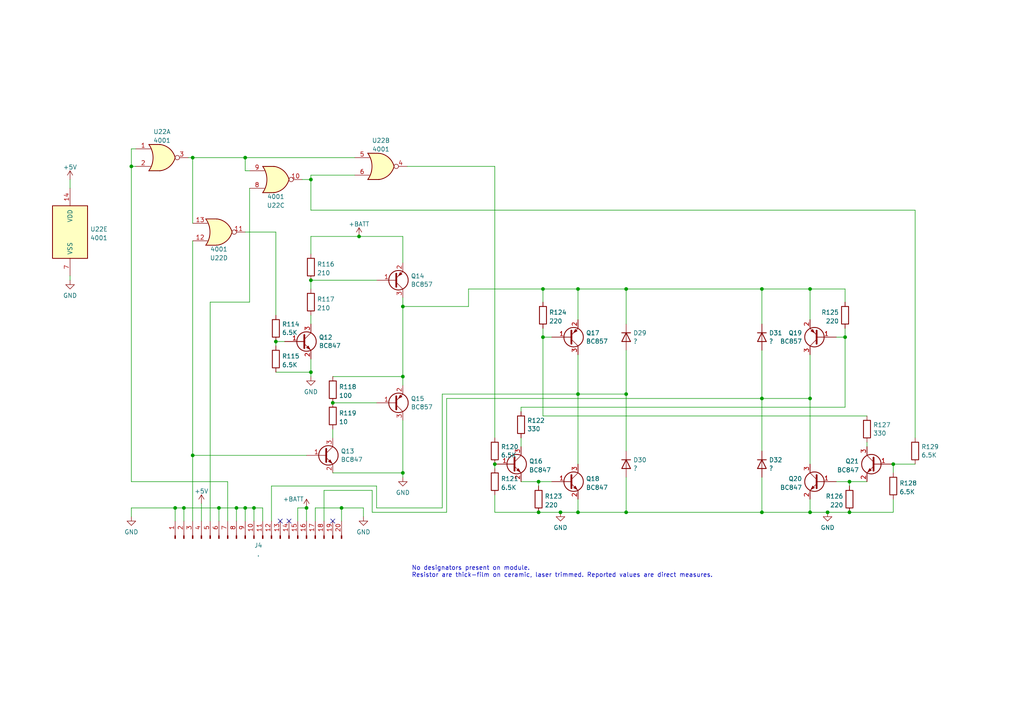
<source format=kicad_sch>
(kicad_sch (version 20231120) (generator "eeschema") (generator_version "8.0")
  (paper "A4")
  (lib_symbols
    (symbol "+5V_3" (power) (pin_names (offset 0))
      (property "Value" "+5V_3" (at 0 3.556 0))
      (symbol "+5V_3_0_1"
        (polyline (pts (xy -0.762 1.27) (xy 0 2.54)))
        (polyline (pts (xy 0 0) (xy 0 2.54)))
        (polyline (pts (xy 0 2.54) (xy 0.762 1.27)))
      )
      (symbol "+5V_3_1_1"
        (pin power_in line (at 0 0 90) (length 0) hide (name "+5V") (number "1"))
      )
    )
    (symbol "+BATT_6" (power) (pin_names (offset 0))
      (property "Value" "+BATT_6" (at 0 3.556 0))
      (symbol "+BATT_6_0_1"
        (polyline (pts (xy -0.762 1.27) (xy 0 2.54)))
        (polyline (pts (xy 0 0) (xy 0 2.54)))
        (polyline (pts (xy 0 2.54) (xy 0.762 1.27)))
      )
      (symbol "+BATT_6_1_1"
        (pin power_in line (at 0 0 90) (length 0) hide (name "+BATT") (number "1"))
      )
    )
    (symbol "+BATT_7" (power) (pin_names (offset 0))
      (property "Value" "+BATT_7" (at 0 3.556 0))
      (symbol "+BATT_7_0_1"
        (polyline (pts (xy -0.762 1.27) (xy 0 2.54)))
        (polyline (pts (xy 0 0) (xy 0 2.54)))
        (polyline (pts (xy 0 2.54) (xy 0.762 1.27)))
      )
      (symbol "+BATT_7_1_1"
        (pin power_in line (at 0 0 90) (length 0) hide (name "+BATT") (number "1"))
      )
    )
    (symbol "1N4007_10" (pin_numbers hide) (pin_names hide)
      (property "Reference" "D" (at 0 2.54 0))
      (property "Value" "1N4007" (at 0 -2.54 0))
      (symbol "1N4007_10_0_1"
        (polyline (pts (xy -1.27 1.27) (xy -1.27 -1.27)) (stroke (width 0.254)))
        (polyline (pts (xy 1.27 0) (xy -1.27 0)))
        (polyline (pts (xy 1.27 1.27) (xy 1.27 -1.27) (xy -1.27 0) (xy 1.27 1.27)) (stroke (width 0.254)))
      )
      (symbol "1N4007_10_1_1"
        (pin passive line (at -3.81 0 0) (length 2.54) (name "K") (number "1"))
        (pin passive line (at 3.81 0 180) (length 2.54) (name "A") (number "2"))
      )
    )
    (symbol "1N4007_12" (pin_numbers hide) (pin_names hide)
      (property "Reference" "D" (at 0 2.54 0))
      (property "Value" "1N4007" (at 0 -2.54 0))
      (symbol "1N4007_12_0_1"
        (polyline (pts (xy -1.27 1.27) (xy -1.27 -1.27)) (stroke (width 0.254)))
        (polyline (pts (xy 1.27 0) (xy -1.27 0)))
        (polyline (pts (xy 1.27 1.27) (xy 1.27 -1.27) (xy -1.27 0) (xy 1.27 1.27)) (stroke (width 0.254)))
      )
      (symbol "1N4007_12_1_1"
        (pin passive line (at -3.81 0 0) (length 2.54) (name "K") (number "1"))
        (pin passive line (at 3.81 0 180) (length 2.54) (name "A") (number "2"))
      )
    )
    (symbol "1N4007_16" (pin_numbers hide) (pin_names hide)
      (property "Reference" "D" (at 0 2.54 0))
      (property "Value" "1N4007" (at 0 -2.54 0))
      (symbol "1N4007_16_0_1"
        (polyline (pts (xy -1.27 1.27) (xy -1.27 -1.27)) (stroke (width 0.254)))
        (polyline (pts (xy 1.27 0) (xy -1.27 0)))
        (polyline (pts (xy 1.27 1.27) (xy 1.27 -1.27) (xy -1.27 0) (xy 1.27 1.27)) (stroke (width 0.254)))
      )
      (symbol "1N4007_16_1_1"
        (pin passive line (at -3.81 0 0) (length 2.54) (name "K") (number "1"))
        (pin passive line (at 3.81 0 180) (length 2.54) (name "A") (number "2"))
      )
    )
    (symbol "1N4007_7" (pin_numbers hide) (pin_names hide)
      (property "Reference" "D" (at 0 2.54 0))
      (property "Value" "1N4007" (at 0 -2.54 0))
      (symbol "1N4007_7_0_1"
        (polyline (pts (xy -1.27 1.27) (xy -1.27 -1.27)) (stroke (width 0.254)))
        (polyline (pts (xy 1.27 0) (xy -1.27 0)))
        (polyline (pts (xy 1.27 1.27) (xy 1.27 -1.27) (xy -1.27 0) (xy 1.27 1.27)) (stroke (width 0.254)))
      )
      (symbol "1N4007_7_1_1"
        (pin passive line (at -3.81 0 0) (length 2.54) (name "K") (number "1"))
        (pin passive line (at 3.81 0 180) (length 2.54) (name "A") (number "2"))
      )
    )
    (symbol "4xxx:4001" (pin_names (offset 1.016))
      (property "Reference" "U" (at 0 1.27 0))
      (property "Value" "4001" (at 0 -1.27 0))
      (symbol "4001_1_1"
        (arc (start -3.81 -3.81) (mid -2.589 0) (end -3.81 3.81) (stroke (width 0.254)))
        (arc (start -0.6096 -3.81) (mid 2.1842 -2.5851) (end 3.81 0) (stroke (width 0.254)) (fill (type background)))
        (polyline (pts (xy -3.81 -3.81) (xy -0.635 -3.81)) (stroke (width 0.254)) (fill (type background)))
        (polyline (pts (xy -3.81 3.81) (xy -0.635 3.81)) (stroke (width 0.254)) (fill (type background)))
        (polyline (pts (xy -0.635 3.81) (xy -3.81 3.81) (xy -3.81 3.81) (xy -3.556 3.4036) (xy -3.0226 2.2606) (xy -2.6924 1.0414) (xy -2.6162 -0.254) (xy -2.7686 -1.4986) (xy -3.175 -2.7178) (xy -3.81 -3.81) (xy -3.81 -3.81) (xy -0.635 -3.81)) (stroke (width -25.4)) (fill (type background)))
        (arc (start 3.81 0) (mid 2.1915 2.5936) (end -0.6096 3.81) (stroke (width 0.254)) (fill (type background)))
        (pin input line (at -7.62 2.54 0) (length 4.318) (name "~") (number "1"))
        (pin input line (at -7.62 -2.54 0) (length 4.318) (name "~") (number "2"))
        (pin output inverted (at 7.62 0 180) (length 3.81) (name "~") (number "3"))
      )
      (symbol "4001_1_2"
        (arc (start 0 -3.81) (mid 3.7934 0) (end 0 3.81) (stroke (width 0.254)) (fill (type background)))
        (polyline (pts (xy 0 3.81) (xy -3.81 3.81) (xy -3.81 -3.81) (xy 0 -3.81)) (stroke (width 0.254)) (fill (type background)))
        (pin input inverted (at -7.62 2.54 0) (length 3.81) (name "~") (number "1"))
        (pin input inverted (at -7.62 -2.54 0) (length 3.81) (name "~") (number "2"))
        (pin output line (at 7.62 0 180) (length 3.81) (name "~") (number "3"))
      )
      (symbol "4001_2_1"
        (arc (start -3.81 -3.81) (mid -2.589 0) (end -3.81 3.81) (stroke (width 0.254)))
        (arc (start -0.6096 -3.81) (mid 2.1842 -2.5851) (end 3.81 0) (stroke (width 0.254)) (fill (type background)))
        (polyline (pts (xy -3.81 -3.81) (xy -0.635 -3.81)) (stroke (width 0.254)) (fill (type background)))
        (polyline (pts (xy -3.81 3.81) (xy -0.635 3.81)) (stroke (width 0.254)) (fill (type background)))
        (polyline (pts (xy -0.635 3.81) (xy -3.81 3.81) (xy -3.81 3.81) (xy -3.556 3.4036) (xy -3.0226 2.2606) (xy -2.6924 1.0414) (xy -2.6162 -0.254) (xy -2.7686 -1.4986) (xy -3.175 -2.7178) (xy -3.81 -3.81) (xy -3.81 -3.81) (xy -0.635 -3.81)) (stroke (width -25.4)) (fill (type background)))
        (arc (start 3.81 0) (mid 2.1915 2.5936) (end -0.6096 3.81) (stroke (width 0.254)) (fill (type background)))
        (pin output inverted (at 7.62 0 180) (length 3.81) (name "~") (number "4"))
        (pin input line (at -7.62 2.54 0) (length 4.318) (name "~") (number "5"))
        (pin input line (at -7.62 -2.54 0) (length 4.318) (name "~") (number "6"))
      )
      (symbol "4001_2_2"
        (arc (start 0 -3.81) (mid 3.7934 0) (end 0 3.81) (stroke (width 0.254)) (fill (type background)))
        (polyline (pts (xy 0 3.81) (xy -3.81 3.81) (xy -3.81 -3.81) (xy 0 -3.81)) (stroke (width 0.254)) (fill (type background)))
        (pin output line (at 7.62 0 180) (length 3.81) (name "~") (number "4"))
        (pin input inverted (at -7.62 2.54 0) (length 3.81) (name "~") (number "5"))
        (pin input inverted (at -7.62 -2.54 0) (length 3.81) (name "~") (number "6"))
      )
      (symbol "4001_3_1"
        (arc (start -3.81 -3.81) (mid -2.589 0) (end -3.81 3.81) (stroke (width 0.254)))
        (arc (start -0.6096 -3.81) (mid 2.1842 -2.5851) (end 3.81 0) (stroke (width 0.254)) (fill (type background)))
        (polyline (pts (xy -3.81 -3.81) (xy -0.635 -3.81)) (stroke (width 0.254)) (fill (type background)))
        (polyline (pts (xy -3.81 3.81) (xy -0.635 3.81)) (stroke (width 0.254)) (fill (type background)))
        (polyline (pts (xy -0.635 3.81) (xy -3.81 3.81) (xy -3.81 3.81) (xy -3.556 3.4036) (xy -3.0226 2.2606) (xy -2.6924 1.0414) (xy -2.6162 -0.254) (xy -2.7686 -1.4986) (xy -3.175 -2.7178) (xy -3.81 -3.81) (xy -3.81 -3.81) (xy -0.635 -3.81)) (stroke (width -25.4)) (fill (type background)))
        (arc (start 3.81 0) (mid 2.1915 2.5936) (end -0.6096 3.81) (stroke (width 0.254)) (fill (type background)))
        (pin output inverted (at 7.62 0 180) (length 3.81) (name "~") (number "10"))
        (pin input line (at -7.62 2.54 0) (length 4.318) (name "~") (number "8"))
        (pin input line (at -7.62 -2.54 0) (length 4.318) (name "~") (number "9"))
      )
      (symbol "4001_3_2"
        (arc (start 0 -3.81) (mid 3.7934 0) (end 0 3.81) (stroke (width 0.254)) (fill (type background)))
        (polyline (pts (xy 0 3.81) (xy -3.81 3.81) (xy -3.81 -3.81) (xy 0 -3.81)) (stroke (width 0.254)) (fill (type background)))
        (pin output line (at 7.62 0 180) (length 3.81) (name "~") (number "10"))
        (pin input inverted (at -7.62 2.54 0) (length 3.81) (name "~") (number "8"))
        (pin input inverted (at -7.62 -2.54 0) (length 3.81) (name "~") (number "9"))
      )
      (symbol "4001_4_1"
        (arc (start -3.81 -3.81) (mid -2.589 0) (end -3.81 3.81) (stroke (width 0.254)))
        (arc (start -0.6096 -3.81) (mid 2.1842 -2.5851) (end 3.81 0) (stroke (width 0.254)) (fill (type background)))
        (polyline (pts (xy -3.81 -3.81) (xy -0.635 -3.81)) (stroke (width 0.254)) (fill (type background)))
        (polyline (pts (xy -3.81 3.81) (xy -0.635 3.81)) (stroke (width 0.254)) (fill (type background)))
        (polyline (pts (xy -0.635 3.81) (xy -3.81 3.81) (xy -3.81 3.81) (xy -3.556 3.4036) (xy -3.0226 2.2606) (xy -2.6924 1.0414) (xy -2.6162 -0.254) (xy -2.7686 -1.4986) (xy -3.175 -2.7178) (xy -3.81 -3.81) (xy -3.81 -3.81) (xy -0.635 -3.81)) (stroke (width -25.4)) (fill (type background)))
        (arc (start 3.81 0) (mid 2.1915 2.5936) (end -0.6096 3.81) (stroke (width 0.254)) (fill (type background)))
        (pin output inverted (at 7.62 0 180) (length 3.81) (name "~") (number "11"))
        (pin input line (at -7.62 2.54 0) (length 4.318) (name "~") (number "12"))
        (pin input line (at -7.62 -2.54 0) (length 4.318) (name "~") (number "13"))
      )
      (symbol "4001_4_2"
        (arc (start 0 -3.81) (mid 3.7934 0) (end 0 3.81) (stroke (width 0.254)) (fill (type background)))
        (polyline (pts (xy 0 3.81) (xy -3.81 3.81) (xy -3.81 -3.81) (xy 0 -3.81)) (stroke (width 0.254)) (fill (type background)))
        (pin output line (at 7.62 0 180) (length 3.81) (name "~") (number "11"))
        (pin input inverted (at -7.62 2.54 0) (length 3.81) (name "~") (number "12"))
        (pin input inverted (at -7.62 -2.54 0) (length 3.81) (name "~") (number "13"))
      )
      (symbol "4001_5_0"
        (pin power_in line (at 0 12.7 270) (length 5.08) (name "VDD") (number "14"))
        (pin power_in line (at 0 -12.7 90) (length 5.08) (name "VSS") (number "7"))
      )
      (symbol "4001_5_1"
        (rectangle (start -5.08 7.62) (end 5.08 -7.62) (stroke (width 0.254)) (fill (type background)))
      )
    )
    (symbol "Connector:Conn_01x20_Male" (pin_names (offset 1.016) hide)
      (property "Reference" "J" (at 0 25.4 0))
      (property "Value" "Conn_01x20_Male" (at 0 -27.94 0))
      (symbol "Conn_01x20_Male_1_1"
        (polyline (pts (xy 1.27 -25.4) (xy 0.8636 -25.4)) (stroke (width 0.1524)))
        (polyline (pts (xy 1.27 -22.86) (xy 0.8636 -22.86)) (stroke (width 0.1524)))
        (polyline (pts (xy 1.27 -20.32) (xy 0.8636 -20.32)) (stroke (width 0.1524)))
        (polyline (pts (xy 1.27 -17.78) (xy 0.8636 -17.78)) (stroke (width 0.1524)))
        (polyline (pts (xy 1.27 -15.24) (xy 0.8636 -15.24)) (stroke (width 0.1524)))
        (polyline (pts (xy 1.27 -12.7) (xy 0.8636 -12.7)) (stroke (width 0.1524)))
        (polyline (pts (xy 1.27 -10.16) (xy 0.8636 -10.16)) (stroke (width 0.1524)))
        (polyline (pts (xy 1.27 -7.62) (xy 0.8636 -7.62)) (stroke (width 0.1524)))
        (polyline (pts (xy 1.27 -5.08) (xy 0.8636 -5.08)) (stroke (width 0.1524)))
        (polyline (pts (xy 1.27 -2.54) (xy 0.8636 -2.54)) (stroke (width 0.1524)))
        (polyline (pts (xy 1.27 0) (xy 0.8636 0)) (stroke (width 0.1524)))
        (polyline (pts (xy 1.27 2.54) (xy 0.8636 2.54)) (stroke (width 0.1524)))
        (polyline (pts (xy 1.27 5.08) (xy 0.8636 5.08)) (stroke (width 0.1524)))
        (polyline (pts (xy 1.27 7.62) (xy 0.8636 7.62)) (stroke (width 0.1524)))
        (polyline (pts (xy 1.27 10.16) (xy 0.8636 10.16)) (stroke (width 0.1524)))
        (polyline (pts (xy 1.27 12.7) (xy 0.8636 12.7)) (stroke (width 0.1524)))
        (polyline (pts (xy 1.27 15.24) (xy 0.8636 15.24)) (stroke (width 0.1524)))
        (polyline (pts (xy 1.27 17.78) (xy 0.8636 17.78)) (stroke (width 0.1524)))
        (polyline (pts (xy 1.27 20.32) (xy 0.8636 20.32)) (stroke (width 0.1524)))
        (polyline (pts (xy 1.27 22.86) (xy 0.8636 22.86)) (stroke (width 0.1524)))
        (rectangle (start 0.8636 -25.273) (end 0 -25.527) (stroke (width 0.1524)) (fill (type outline)))
        (rectangle (start 0.8636 -22.733) (end 0 -22.987) (stroke (width 0.1524)) (fill (type outline)))
        (rectangle (start 0.8636 -20.193) (end 0 -20.447) (stroke (width 0.1524)) (fill (type outline)))
        (rectangle (start 0.8636 -17.653) (end 0 -17.907) (stroke (width 0.1524)) (fill (type outline)))
        (rectangle (start 0.8636 -15.113) (end 0 -15.367) (stroke (width 0.1524)) (fill (type outline)))
        (rectangle (start 0.8636 -12.573) (end 0 -12.827) (stroke (width 0.1524)) (fill (type outline)))
        (rectangle (start 0.8636 -10.033) (end 0 -10.287) (stroke (width 0.1524)) (fill (type outline)))
        (rectangle (start 0.8636 -7.493) (end 0 -7.747) (stroke (width 0.1524)) (fill (type outline)))
        (rectangle (start 0.8636 -4.953) (end 0 -5.207) (stroke (width 0.1524)) (fill (type outline)))
        (rectangle (start 0.8636 -2.413) (end 0 -2.667) (stroke (width 0.1524)) (fill (type outline)))
        (rectangle (start 0.8636 0.127) (end 0 -0.127) (stroke (width 0.1524)) (fill (type outline)))
        (rectangle (start 0.8636 2.667) (end 0 2.413) (stroke (width 0.1524)) (fill (type outline)))
        (rectangle (start 0.8636 5.207) (end 0 4.953) (stroke (width 0.1524)) (fill (type outline)))
        (rectangle (start 0.8636 7.747) (end 0 7.493) (stroke (width 0.1524)) (fill (type outline)))
        (rectangle (start 0.8636 10.287) (end 0 10.033) (stroke (width 0.1524)) (fill (type outline)))
        (rectangle (start 0.8636 12.827) (end 0 12.573) (stroke (width 0.1524)) (fill (type outline)))
        (rectangle (start 0.8636 15.367) (end 0 15.113) (stroke (width 0.1524)) (fill (type outline)))
        (rectangle (start 0.8636 17.907) (end 0 17.653) (stroke (width 0.1524)) (fill (type outline)))
        (rectangle (start 0.8636 20.447) (end 0 20.193) (stroke (width 0.1524)) (fill (type outline)))
        (rectangle (start 0.8636 22.987) (end 0 22.733) (stroke (width 0.1524)) (fill (type outline)))
        (pin passive line (at 5.08 22.86 180) (length 3.81) (name "Pin_1") (number "1"))
        (pin passive line (at 5.08 0 180) (length 3.81) (name "Pin_10") (number "10"))
        (pin passive line (at 5.08 -2.54 180) (length 3.81) (name "Pin_11") (number "11"))
        (pin passive line (at 5.08 -5.08 180) (length 3.81) (name "Pin_12") (number "12"))
        (pin passive line (at 5.08 -7.62 180) (length 3.81) (name "Pin_13") (number "13"))
        (pin passive line (at 5.08 -10.16 180) (length 3.81) (name "Pin_14") (number "14"))
        (pin passive line (at 5.08 -12.7 180) (length 3.81) (name "Pin_15") (number "15"))
        (pin passive line (at 5.08 -15.24 180) (length 3.81) (name "Pin_16") (number "16"))
        (pin passive line (at 5.08 -17.78 180) (length 3.81) (name "Pin_17") (number "17"))
        (pin passive line (at 5.08 -20.32 180) (length 3.81) (name "Pin_18") (number "18"))
        (pin passive line (at 5.08 -22.86 180) (length 3.81) (name "Pin_19") (number "19"))
        (pin passive line (at 5.08 20.32 180) (length 3.81) (name "Pin_2") (number "2"))
        (pin passive line (at 5.08 -25.4 180) (length 3.81) (name "Pin_20") (number "20"))
        (pin passive line (at 5.08 17.78 180) (length 3.81) (name "Pin_3") (number "3"))
        (pin passive line (at 5.08 15.24 180) (length 3.81) (name "Pin_4") (number "4"))
        (pin passive line (at 5.08 12.7 180) (length 3.81) (name "Pin_5") (number "5"))
        (pin passive line (at 5.08 10.16 180) (length 3.81) (name "Pin_6") (number "6"))
        (pin passive line (at 5.08 7.62 180) (length 3.81) (name "Pin_7") (number "7"))
        (pin passive line (at 5.08 5.08 180) (length 3.81) (name "Pin_8") (number "8"))
        (pin passive line (at 5.08 2.54 180) (length 3.81) (name "Pin_9") (number "9"))
      )
    )
    (symbol "Device:R" (pin_numbers hide) (pin_names (offset 0))
      (property "Reference" "R" (at 2.032 0 90))
      (property "Value" "R" (at 0 0 90))
      (symbol "R_0_1"
        (rectangle (start -1.016 -2.54) (end 1.016 2.54) (stroke (width 0.254)))
      )
      (symbol "R_1_1"
        (pin passive line (at 0 3.81 270) (length 1.27) (name "~") (number "1"))
        (pin passive line (at 0 -3.81 90) (length 1.27) (name "~") (number "2"))
      )
    )
    (symbol "GND_5" (power) (pin_names (offset 0))
      (property "Value" "GND_5" (at 0 -3.81 0))
      (symbol "GND_5_0_1"
        (polyline (pts (xy 0 0) (xy 0 -1.27) (xy 1.27 -1.27) (xy 0 -2.54) (xy -1.27 -1.27) (xy 0 -1.27)))
      )
      (symbol "GND_5_1_1"
        (pin power_in line (at 0 0 270) (length 0) hide (name "GND") (number "1"))
      )
    )
    (symbol "Transistor_BJT:BC847" (pin_names (offset 0) hide)
      (property "Reference" "Q" (at 5.08 1.905 0))
      (property "Value" "BC847" (at 5.08 0 0))
      (symbol "BC847_0_1"
        (polyline (pts (xy 0.635 0.635) (xy 2.54 2.54)))
        (polyline (pts (xy 0.635 -0.635) (xy 2.54 -2.54) (xy 2.54 -2.54)))
        (polyline (pts (xy 0.635 1.905) (xy 0.635 -1.905) (xy 0.635 -1.905)) (stroke (width 0.508)))
        (polyline (pts (xy 1.27 -1.778) (xy 1.778 -1.27) (xy 2.286 -2.286) (xy 1.27 -1.778) (xy 1.27 -1.778)) (fill (type outline)))
        (circle (center 1.27 0) (radius 2.8194) (stroke (width 0.254)))
      )
      (symbol "BC847_1_1"
        (pin input line (at -5.08 0 0) (length 5.715) (name "B") (number "1"))
        (pin passive line (at 2.54 -5.08 90) (length 2.54) (name "E") (number "2"))
        (pin passive line (at 2.54 5.08 270) (length 2.54) (name "C") (number "3"))
      )
    )
    (symbol "Transistor_BJT:BC857" (pin_names (offset 0) hide)
      (property "Reference" "Q" (at 5.08 1.905 0))
      (property "Value" "BC857" (at 5.08 0 0))
      (symbol "BC857_0_1"
        (polyline (pts (xy 0.635 0.635) (xy 2.54 2.54)))
        (polyline (pts (xy 0.635 -0.635) (xy 2.54 -2.54) (xy 2.54 -2.54)))
        (polyline (pts (xy 0.635 1.905) (xy 0.635 -1.905) (xy 0.635 -1.905)) (stroke (width 0.508)))
        (polyline (pts (xy 2.286 -1.778) (xy 1.778 -2.286) (xy 1.27 -1.27) (xy 2.286 -1.778) (xy 2.286 -1.778)) (fill (type outline)))
        (circle (center 1.27 0) (radius 2.8194) (stroke (width 0.254)))
      )
      (symbol "BC857_1_1"
        (pin input line (at -5.08 0 0) (length 5.715) (name "B") (number "1"))
        (pin passive line (at 2.54 -5.08 90) (length 2.54) (name "E") (number "2"))
        (pin passive line (at 2.54 5.08 270) (length 2.54) (name "C") (number "3"))
      )
    )
  )
  (junction (at 240.03 148.59))
  (junction (at 246.38 139.7))
  (junction (at 167.64 114.3))
  (junction (at 53.34 147.32))
  (junction (at 234.95 115.57))
  (junction (at 104.14 68.58))
  (junction (at 234.95 83.82))
  (junction (at 234.95 148.59))
  (junction (at 88.9 147.32))
  (junction (at 156.21 148.59))
  (junction (at 246.38 148.59))
  (junction (at 71.12 45.72))
  (junction (at 90.17 52.07))
  (junction (at 116.84 137.16))
  (junction (at 73.66 147.32))
  (junction (at 38.1 48.26))
  (junction (at 181.61 114.3))
  (junction (at 50.8 147.32))
  (junction (at 167.64 148.59))
  (junction (at 220.98 115.57))
  (junction (at 71.12 147.32))
  (junction (at 157.48 83.82))
  (junction (at 116.84 88.9))
  (junction (at 63.5 147.32))
  (junction (at 162.56 148.59))
  (junction (at 157.48 97.79))
  (junction (at 220.98 83.82))
  (junction (at 156.21 139.7))
  (junction (at 181.61 148.59))
  (junction (at 116.84 109.22))
  (junction (at 90.17 81.28))
  (junction (at 259.08 134.62))
  (junction (at 55.88 45.72))
  (junction (at 80.01 99.06))
  (junction (at 96.52 116.84))
  (junction (at 90.17 107.95))
  (junction (at 68.58 147.32))
  (junction (at 181.61 83.82))
  (junction (at 245.11 97.79))
  (junction (at 143.51 134.62))
  (junction (at 167.64 83.82))
  (junction (at 55.88 132.08))
  (junction (at 220.98 148.59))
  (junction (at 99.06 147.32))
  (no_connect (at 81.28 151.13))
  (no_connect (at 83.82 151.13))
  (no_connect (at 96.52 151.13))
  (wire (pts (xy 220.98 83.82) (xy 234.95 83.82)))
  (wire (pts (xy 38.1 43.18) (xy 39.37 43.18)))
  (wire (pts (xy 259.08 144.78) (xy 259.08 148.59)))
  (wire (pts (xy 20.32 52.07) (xy 20.32 54.61)))
  (wire (pts (xy 60.96 87.63) (xy 72.39 87.63)))
  (wire (pts (xy 245.11 83.82) (xy 245.11 87.63)))
  (wire (pts (xy 104.14 68.58) (xy 116.84 68.58)))
  (wire (pts (xy 251.46 139.7) (xy 246.38 139.7)))
  (wire (pts (xy 167.64 144.78) (xy 167.64 148.59)))
  (wire (pts (xy 71.12 49.53) (xy 71.12 45.72)))
  (wire (pts (xy 107.95 148.59) (xy 129.54 148.59)))
  (wire (pts (xy 181.61 148.59) (xy 220.98 148.59)))
  (wire (pts (xy 242.57 139.7) (xy 246.38 139.7)))
  (wire (pts (xy 156.21 139.7) (xy 156.21 140.97)))
  (wire (pts (xy 234.95 92.71) (xy 234.95 83.82)))
  (wire (pts (xy 38.1 48.26) (xy 38.1 139.7)))
  (wire (pts (xy 53.34 151.13) (xy 53.34 147.32)))
  (wire (pts (xy 109.22 81.28) (xy 90.17 81.28)))
  (wire (pts (xy 143.51 143.51) (xy 143.51 148.59)))
  (wire (pts (xy 66.04 151.13) (xy 66.04 139.7)))
  (wire (pts (xy 181.61 101.6) (xy 181.61 114.3)))
  (wire (pts (xy 167.64 148.59) (xy 181.61 148.59)))
  (wire (pts (xy 80.01 107.95) (xy 90.17 107.95)))
  (wire (pts (xy 68.58 151.13) (xy 68.58 147.32)))
  (wire (pts (xy 234.95 148.59) (xy 220.98 148.59)))
  (wire (pts (xy 151.13 127) (xy 151.13 129.54)))
  (wire (pts (xy 54.61 45.72) (xy 55.88 45.72)))
  (wire (pts (xy 265.43 60.96) (xy 265.43 127)))
  (wire (pts (xy 63.5 147.32) (xy 53.34 147.32)))
  (wire (pts (xy 116.84 76.2) (xy 116.84 68.58)))
  (wire (pts (xy 71.12 147.32) (xy 68.58 147.32)))
  (wire (pts (xy 76.2 151.13) (xy 76.2 147.32)))
  (wire (pts (xy 78.74 140.97) (xy 109.22 140.97)))
  (wire (pts (xy 116.84 88.9) (xy 116.84 109.22)))
  (wire (pts (xy 80.01 67.31) (xy 80.01 91.44)))
  (wire (pts (xy 109.22 147.32) (xy 128.27 147.32)))
  (wire (pts (xy 167.64 92.71) (xy 167.64 83.82)))
  (wire (pts (xy 50.8 147.32) (xy 50.8 151.13)))
  (wire (pts (xy 71.12 67.31) (xy 80.01 67.31)))
  (wire (pts (xy 96.52 124.46) (xy 96.52 127)))
  (wire (pts (xy 157.48 95.25) (xy 157.48 97.79)))
  (wire (pts (xy 91.44 151.13) (xy 91.44 147.32)))
  (wire (pts (xy 38.1 149.86) (xy 38.1 147.32)))
  (wire (pts (xy 55.88 132.08) (xy 88.9 132.08)))
  (wire (pts (xy 90.17 50.8) (xy 102.87 50.8)))
  (wire (pts (xy 60.96 151.13) (xy 60.96 87.63)))
  (wire (pts (xy 151.13 139.7) (xy 156.21 139.7)))
  (wire (pts (xy 157.48 97.79) (xy 160.02 97.79)))
  (wire (pts (xy 245.11 95.25) (xy 245.11 97.79)))
  (wire (pts (xy 220.98 115.57) (xy 234.95 115.57)))
  (wire (pts (xy 162.56 148.59) (xy 156.21 148.59)))
  (wire (pts (xy 80.01 100.33) (xy 80.01 99.06)))
  (wire (pts (xy 90.17 73.66) (xy 90.17 68.58)))
  (wire (pts (xy 181.61 83.82) (xy 220.98 83.82)))
  (wire (pts (xy 78.74 151.13) (xy 78.74 140.97)))
  (wire (pts (xy 240.03 148.59) (xy 246.38 148.59)))
  (wire (pts (xy 90.17 68.58) (xy 104.14 68.58)))
  (wire (pts (xy 135.89 83.82) (xy 157.48 83.82)))
  (wire (pts (xy 181.61 93.98) (xy 181.61 83.82)))
  (wire (pts (xy 128.27 114.3) (xy 167.64 114.3)))
  (wire (pts (xy 259.08 137.16) (xy 259.08 134.62)))
  (wire (pts (xy 167.64 83.82) (xy 157.48 83.82)))
  (wire (pts (xy 118.11 48.26) (xy 143.51 48.26)))
  (wire (pts (xy 105.41 147.32) (xy 99.06 147.32)))
  (wire (pts (xy 116.84 109.22) (xy 116.84 111.76)))
  (wire (pts (xy 86.36 147.32) (xy 88.9 147.32)))
  (wire (pts (xy 259.08 148.59) (xy 246.38 148.59)))
  (wire (pts (xy 66.04 139.7) (xy 38.1 139.7)))
  (wire (pts (xy 58.42 146.05) (xy 58.42 151.13)))
  (wire (pts (xy 90.17 52.07) (xy 90.17 60.96)))
  (wire (pts (xy 234.95 144.78) (xy 234.95 148.59)))
  (wire (pts (xy 88.9 147.32) (xy 88.9 151.13)))
  (wire (pts (xy 68.58 147.32) (xy 63.5 147.32)))
  (wire (pts (xy 20.32 80.01) (xy 20.32 81.28)))
  (wire (pts (xy 109.22 116.84) (xy 96.52 116.84)))
  (wire (pts (xy 90.17 52.07) (xy 87.63 52.07)))
  (wire (pts (xy 91.44 147.32) (xy 99.06 147.32)))
  (wire (pts (xy 234.95 115.57) (xy 234.95 134.62)))
  (wire (pts (xy 181.61 130.81) (xy 181.61 114.3)))
  (wire (pts (xy 96.52 109.22) (xy 116.84 109.22)))
  (wire (pts (xy 259.08 134.62) (xy 265.43 134.62)))
  (wire (pts (xy 55.88 45.72) (xy 55.88 64.77)))
  (wire (pts (xy 151.13 118.11) (xy 151.13 119.38)))
  (wire (pts (xy 234.95 102.87) (xy 234.95 115.57)))
  (wire (pts (xy 63.5 151.13) (xy 63.5 147.32)))
  (wire (pts (xy 90.17 107.95) (xy 90.17 109.22)))
  (wire (pts (xy 109.22 140.97) (xy 109.22 147.32)))
  (wire (pts (xy 107.95 142.24) (xy 107.95 148.59)))
  (wire (pts (xy 72.39 49.53) (xy 71.12 49.53)))
  (wire (pts (xy 220.98 138.43) (xy 220.98 148.59)))
  (wire (pts (xy 55.88 132.08) (xy 55.88 151.13)))
  (wire (pts (xy 157.48 120.65) (xy 157.48 97.79)))
  (wire (pts (xy 72.39 87.63) (xy 72.39 54.61)))
  (wire (pts (xy 220.98 101.6) (xy 220.98 115.57)))
  (wire (pts (xy 96.52 137.16) (xy 116.84 137.16)))
  (wire (pts (xy 220.98 115.57) (xy 220.98 130.81)))
  (wire (pts (xy 143.51 135.89) (xy 143.51 134.62)))
  (wire (pts (xy 129.54 148.59) (xy 129.54 115.57)))
  (wire (pts (xy 90.17 93.98) (xy 90.17 91.44)))
  (wire (pts (xy 93.98 142.24) (xy 107.95 142.24)))
  (wire (pts (xy 116.84 137.16) (xy 116.84 121.92)))
  (wire (pts (xy 167.64 102.87) (xy 167.64 114.3)))
  (wire (pts (xy 73.66 151.13) (xy 73.66 147.32)))
  (wire (pts (xy 116.84 88.9) (xy 135.89 88.9)))
  (wire (pts (xy 245.11 118.11) (xy 245.11 97.79)))
  (wire (pts (xy 105.41 149.86) (xy 105.41 147.32)))
  (wire (pts (xy 39.37 48.26) (xy 38.1 48.26)))
  (wire (pts (xy 38.1 48.26) (xy 38.1 43.18)))
  (wire (pts (xy 251.46 120.65) (xy 157.48 120.65)))
  (wire (pts (xy 167.64 114.3) (xy 167.64 134.62)))
  (wire (pts (xy 90.17 60.96) (xy 265.43 60.96)))
  (wire (pts (xy 90.17 81.28) (xy 90.17 83.82)))
  (wire (pts (xy 38.1 147.32) (xy 50.8 147.32)))
  (wire (pts (xy 116.84 86.36) (xy 116.84 88.9)))
  (wire (pts (xy 129.54 115.57) (xy 220.98 115.57)))
  (wire (pts (xy 135.89 88.9) (xy 135.89 83.82)))
  (wire (pts (xy 245.11 97.79) (xy 242.57 97.79)))
  (wire (pts (xy 151.13 118.11) (xy 245.11 118.11)))
  (wire (pts (xy 90.17 50.8) (xy 90.17 52.07)))
  (wire (pts (xy 73.66 147.32) (xy 71.12 147.32)))
  (wire (pts (xy 181.61 138.43) (xy 181.61 148.59)))
  (wire (pts (xy 55.88 69.85) (xy 55.88 132.08)))
  (wire (pts (xy 99.06 147.32) (xy 99.06 151.13)))
  (wire (pts (xy 76.2 147.32) (xy 73.66 147.32)))
  (wire (pts (xy 80.01 99.06) (xy 82.55 99.06)))
  (wire (pts (xy 246.38 139.7) (xy 246.38 140.97)))
  (wire (pts (xy 251.46 128.27) (xy 251.46 129.54)))
  (wire (pts (xy 240.03 148.59) (xy 234.95 148.59)))
  (wire (pts (xy 143.51 148.59) (xy 156.21 148.59)))
  (wire (pts (xy 71.12 45.72) (xy 102.87 45.72)))
  (wire (pts (xy 234.95 83.82) (xy 245.11 83.82)))
  (wire (pts (xy 55.88 45.72) (xy 71.12 45.72)))
  (wire (pts (xy 116.84 138.43) (xy 116.84 137.16)))
  (wire (pts (xy 86.36 151.13) (xy 86.36 147.32)))
  (wire (pts (xy 90.17 104.14) (xy 90.17 107.95)))
  (wire (pts (xy 167.64 114.3) (xy 181.61 114.3)))
  (wire (pts (xy 220.98 93.98) (xy 220.98 83.82)))
  (wire (pts (xy 53.34 147.32) (xy 50.8 147.32)))
  (wire (pts (xy 181.61 83.82) (xy 167.64 83.82)))
  (wire (pts (xy 93.98 151.13) (xy 93.98 142.24)))
  (wire (pts (xy 157.48 83.82) (xy 157.48 87.63)))
  (wire (pts (xy 160.02 139.7) (xy 156.21 139.7)))
  (wire (pts (xy 162.56 148.59) (xy 167.64 148.59)))
  (wire (pts (xy 128.27 147.32) (xy 128.27 114.3)))
  (wire (pts (xy 143.51 48.26) (xy 143.51 127)))
  (wire (pts (xy 71.12 151.13) (xy 71.12 147.32)))
  (text "No designators present on module.\nResistor are thick-film on ceramic, laser trimmed. Reported values are direct measures." (at 119.38 167.64 0) (effects (font (size 1.27 1.27)) (justify left bottom)))
  (symbol (lib_id "Device:R") (at 96.52 120.65 0) (unit 1)
    (property "Reference" "R119" (at 98.298 119.8153 0) (effects (justify left)))
    (property "Value" "10" (at 98.298 122.3522 0) (effects (justify left)))
  )
  (symbol (lib_id "Transistor_BJT:BC847") (at 93.98 132.08 0) (unit 1)
    (property "Reference" "Q13" (at 98.8314 130.8679 0) (effects (justify left)))
    (property "Value" "BC847" (at 98.8314 133.2921 0) (effects (justify left)))
    (property "Footprint" "Package_TO_SOT_SMD:SOT-23" (effects (hide yes)))
    (property "Datasheet" "http://www.infineon.com/dgdl/Infineon-BC847SERIES_BC848SERIES_BC849SERIES_BC850SERIES-DS-v01_01-en.pdf?fileId=db3a304314dca389011541d4630a1657" (effects (hide yes)))
  )
  (symbol (lib_id "Transistor_BJT:BC857") (at 165.1 97.79 0) (mirror x) (unit 1)
    (property "Reference" "Q17" (at 169.9514 96.5779 0) (effects (justify left)))
    (property "Value" "BC857" (at 169.9514 99.0021 0) (effects (justify left)))
    (property "Footprint" "Package_TO_SOT_SMD:SOT-23" (effects (hide yes)))
    (property "Datasheet" "https://www.onsemi.com/pub/Collateral/BC860-D.pdf" (effects (hide yes)))
  )
  (symbol (lib_id "Device:R") (at 156.21 144.78 180) (unit 1)
    (property "Reference" "R123" (at 157.988 143.9453 0) (effects (justify right)))
    (property "Value" "220" (at 157.988 146.4822 0) (effects (justify right)))
  )
  (symbol (lib_id "Transistor_BJT:BC847") (at 148.59 134.62 0) (unit 1)
    (property "Reference" "Q16" (at 153.4414 133.7853 0) (effects (justify left)))
    (property "Value" "BC847" (at 153.4414 136.3222 0) (effects (justify left)))
    (property "Footprint" "Package_TO_SOT_SMD:SOT-23" (effects (hide yes)))
    (property "Datasheet" "http://www.infineon.com/dgdl/Infineon-BC847SERIES_BC848SERIES_BC849SERIES_BC850SERIES-DS-v01_01-en.pdf?fileId=db3a304314dca389011541d4630a1657" (effects (hide yes)))
  )
  (symbol (lib_name "+BATT_7") (lib_id "power:+BATT") (at 104.14 68.58 0) (unit 1)
    (property "Reference" "#PWR0251" (effects (hide yes)))
    (property "Value" "+BATT" (at 104.14 65.0042 0))
  )
  (symbol (lib_id "Device:R") (at 259.08 140.97 0) (unit 1)
    (property "Reference" "R128" (at 260.858 140.1353 0) (effects (justify left)))
    (property "Value" "6.5K" (at 260.858 142.6722 0) (effects (justify left)))
  )
  (symbol (lib_id "Device:R") (at 245.11 91.44 0) (mirror x) (unit 1)
    (property "Reference" "R125" (at 243.332 90.6053 0) (effects (justify right)))
    (property "Value" "220" (at 243.332 93.1422 0) (effects (justify right)))
  )
  (symbol (lib_id "Device:R") (at 90.17 77.47 0) (unit 1)
    (property "Reference" "R116" (at 91.948 76.6353 0) (effects (justify left)))
    (property "Value" "210" (at 91.948 79.1722 0) (effects (justify left)))
  )
  (symbol (lib_id "Transistor_BJT:BC857") (at 114.3 81.28 0) (mirror x) (unit 1)
    (property "Reference" "Q14" (at 119.1514 80.0679 0) (effects (justify left)))
    (property "Value" "BC857" (at 119.1514 82.4921 0) (effects (justify left)))
    (property "Footprint" "Package_TO_SOT_SMD:SOT-23" (effects (hide yes)))
    (property "Datasheet" "https://www.onsemi.com/pub/Collateral/BC860-D.pdf" (effects (hide yes)))
  )
  (symbol (lib_id "Device:R") (at 251.46 124.46 0) (unit 1)
    (property "Reference" "R127" (at 253.238 123.2479 0) (effects (justify left)))
    (property "Value" "330" (at 253.238 125.6721 0) (effects (justify left)))
  )
  (symbol (lib_id "Device:R") (at 96.52 113.03 0) (unit 1)
    (property "Reference" "R118" (at 98.298 112.1953 0) (effects (justify left)))
    (property "Value" "100" (at 98.298 114.7322 0) (effects (justify left)))
  )
  (symbol (lib_id "Transistor_BJT:BC847") (at 254 134.62 0) (mirror y) (unit 1)
    (property "Reference" "Q21" (at 249.1486 133.7853 0) (effects (justify left)))
    (property "Value" "BC847" (at 249.1486 136.3222 0) (effects (justify left)))
    (property "Footprint" "Package_TO_SOT_SMD:SOT-23" (effects (hide yes)))
    (property "Datasheet" "http://www.infineon.com/dgdl/Infineon-BC847SERIES_BC848SERIES_BC849SERIES_BC850SERIES-DS-v01_01-en.pdf?fileId=db3a304314dca389011541d4630a1657" (effects (hide yes)))
  )
  (symbol (lib_id "Device:R") (at 143.51 130.81 0) (unit 1)
    (property "Reference" "R120" (at 145.288 129.5979 0) (effects (justify left)))
    (property "Value" "6.5K" (at 145.288 132.0221 0) (effects (justify left)))
  )
  (symbol (lib_name "GND_5") (lib_id "power:GND") (at 162.56 148.59 0) (unit 1)
    (property "Reference" "#PWR0254" (effects (hide yes)))
    (property "Value" "GND" (at 162.56 153.0334 0))
  )
  (symbol (lib_id "Transistor_BJT:BC847") (at 237.49 139.7 0) (mirror y) (unit 1)
    (property "Reference" "Q20" (at 232.6386 138.8653 0) (effects (justify left)))
    (property "Value" "BC847" (at 232.6386 141.4022 0) (effects (justify left)))
    (property "Footprint" "Package_TO_SOT_SMD:SOT-23" (effects (hide yes)))
    (property "Datasheet" "http://www.infineon.com/dgdl/Infineon-BC847SERIES_BC848SERIES_BC849SERIES_BC850SERIES-DS-v01_01-en.pdf?fileId=db3a304314dca389011541d4630a1657" (effects (hide yes)))
  )
  (symbol (lib_name "GND_5") (lib_id "power:GND") (at 105.41 149.86 0) (unit 1)
    (property "Reference" "#PWR0252" (effects (hide yes)))
    (property "Value" "GND" (at 105.41 154.3034 0))
  )
  (symbol (lib_id "Transistor_BJT:BC847") (at 87.63 99.06 0) (unit 1)
    (property "Reference" "Q12" (at 92.4814 97.8479 0) (effects (justify left)))
    (property "Value" "BC847" (at 92.4814 100.2721 0) (effects (justify left)))
    (property "Footprint" "Package_TO_SOT_SMD:SOT-23" (effects (hide yes)))
    (property "Datasheet" "http://www.infineon.com/dgdl/Infineon-BC847SERIES_BC848SERIES_BC849SERIES_BC850SERIES-DS-v01_01-en.pdf?fileId=db3a304314dca389011541d4630a1657" (effects (hide yes)))
  )
  (symbol (lib_name "1N4007_7") (lib_id "Diode:1N4007") (at 181.61 134.62 270) (unit 1)
    (property "Reference" "D30" (at 183.642 133.4079 90) (effects (justify left)))
    (property "Value" "?" (at 183.642 135.8321 90) (effects (justify left)))
    (property "Footprint" "Diode_THT:D_DO-41_SOD81_P10.16mm_Horizontal" (effects (hide yes)))
    (property "Datasheet" "http://www.vishay.com/docs/88503/1n4001.pdf" (effects (hide yes)))
  )
  (symbol (lib_name "1N4007_10") (lib_id "Diode:1N4007") (at 220.98 97.79 270) (unit 1)
    (property "Reference" "D31" (at 223.012 96.5779 90) (effects (justify left)))
    (property "Value" "?" (at 223.012 99.0021 90) (effects (justify left)))
    (property "Footprint" "Diode_THT:D_DO-41_SOD81_P10.16mm_Horizontal" (effects (hide yes)))
    (property "Datasheet" "http://www.vishay.com/docs/88503/1n4001.pdf" (effects (hide yes)))
  )
  (symbol (lib_name "+BATT_6") (lib_id "power:+BATT") (at 88.9 147.32 0) (unit 1)
    (property "Reference" "#PWR0249" (effects (hide yes)))
    (property "Value" "+BATT" (at 85.09 144.78 0))
  )
  (symbol (lib_id "4xxx:4001") (at 80.01 52.07 0) (mirror x) (unit 3)
    (property "Reference" "U22" (at 80.01 59.5798 0))
    (property "Value" "4001" (at 80.01 57.0429 0))
    (property "Datasheet" "http://www.intersil.com/content/dam/Intersil/documents/cd40/cd4000bms-01bms-02bms-25bms.pdf" (effects (hide yes)))
  )
  (symbol (lib_id "Device:R") (at 143.51 139.7 0) (unit 1)
    (property "Reference" "R121" (at 145.288 138.8653 0) (effects (justify left)))
    (property "Value" "6.5K" (at 145.288 141.4022 0) (effects (justify left)))
  )
  (symbol (lib_id "Device:R") (at 80.01 104.14 0) (unit 1)
    (property "Reference" "R115" (at 81.788 103.3053 0) (effects (justify left)))
    (property "Value" "6.5K" (at 81.788 105.8422 0) (effects (justify left)))
  )
  (symbol (lib_name "1N4007_12") (lib_id "Diode:1N4007") (at 220.98 134.62 90) (mirror x) (unit 1)
    (property "Reference" "D32" (at 223.012 133.4079 90) (effects (justify right)))
    (property "Value" "?" (at 223.012 135.8321 90) (effects (justify right)))
    (property "Footprint" "Diode_THT:D_DO-41_SOD81_P10.16mm_Horizontal" (effects (hide yes)))
    (property "Datasheet" "http://www.vishay.com/docs/88503/1n4001.pdf" (effects (hide yes)))
  )
  (symbol (lib_id "Device:R") (at 90.17 87.63 0) (unit 1)
    (property "Reference" "R117" (at 91.948 86.7953 0) (effects (justify left)))
    (property "Value" "210" (at 91.948 89.3322 0) (effects (justify left)))
  )
  (symbol (lib_id "Device:R") (at 157.48 91.44 180) (unit 1)
    (property "Reference" "R124" (at 159.258 90.6053 0) (effects (justify right)))
    (property "Value" "220" (at 159.258 93.1422 0) (effects (justify right)))
  )
  (symbol (lib_name "GND_5") (lib_id "power:GND") (at 240.03 148.59 0) (mirror y) (unit 1)
    (property "Reference" "#PWR0255" (effects (hide yes)))
    (property "Value" "GND" (at 240.03 153.0334 0))
  )
  (symbol (lib_name "GND_5") (lib_id "power:GND") (at 20.32 81.28 0) (unit 1)
    (property "Reference" "#PWR0246" (effects (hide yes)))
    (property "Value" "GND" (at 20.32 85.7234 0))
  )
  (symbol (lib_name "GND_5") (lib_id "power:GND") (at 116.84 138.43 0) (unit 1)
    (property "Reference" "#PWR0253" (effects (hide yes)))
    (property "Value" "GND" (at 116.84 142.8734 0))
  )
  (symbol (lib_id "Transistor_BJT:BC847") (at 165.1 139.7 0) (unit 1)
    (property "Reference" "Q18" (at 169.9514 138.8653 0) (effects (justify left)))
    (property "Value" "BC847" (at 169.9514 141.4022 0) (effects (justify left)))
    (property "Footprint" "Package_TO_SOT_SMD:SOT-23" (effects (hide yes)))
    (property "Datasheet" "http://www.infineon.com/dgdl/Infineon-BC847SERIES_BC848SERIES_BC849SERIES_BC850SERIES-DS-v01_01-en.pdf?fileId=db3a304314dca389011541d4630a1657" (effects (hide yes)))
  )
  (symbol (lib_id "4xxx:4001") (at 46.99 45.72 0) (unit 1)
    (property "Reference" "U22" (at 46.99 38.2102 0))
    (property "Value" "4001" (at 46.99 40.7471 0))
    (property "Datasheet" "http://www.intersil.com/content/dam/Intersil/documents/cd40/cd4000bms-01bms-02bms-25bms.pdf" (effects (hide yes)))
  )
  (symbol (lib_name "1N4007_16") (lib_id "Diode:1N4007") (at 181.61 97.79 270) (unit 1)
    (property "Reference" "D29" (at 183.642 96.5779 90) (effects (justify left)))
    (property "Value" "?" (at 183.642 99.0021 90) (effects (justify left)))
    (property "Footprint" "Diode_THT:D_DO-41_SOD81_P10.16mm_Horizontal" (effects (hide yes)))
    (property "Datasheet" "http://www.vishay.com/docs/88503/1n4001.pdf" (effects (hide yes)))
  )
  (symbol (lib_id "Device:R") (at 80.01 95.25 0) (unit 1)
    (property "Reference" "R114" (at 81.788 94.0379 0) (effects (justify left)))
    (property "Value" "6.5K" (at 81.788 96.4621 0) (effects (justify left)))
  )
  (symbol (lib_name "GND_5") (lib_id "power:GND") (at 38.1 149.86 0) (unit 1)
    (property "Reference" "#PWR0247" (effects (hide yes)))
    (property "Value" "GND" (at 38.1 154.3034 0))
  )
  (symbol (lib_id "Connector:Conn_01x20_Male") (at 73.66 156.21 90) (unit 1)
    (property "Reference" "J4" (at 74.93 158.1896 90))
    (property "Value" "." (at 74.93 160.7265 90))
  )
  (symbol (lib_name "+5V_3") (lib_id "power:+5V") (at 58.42 146.05 0) (unit 1)
    (property "Reference" "#PWR0248" (effects (hide yes)))
    (property "Value" "+5V" (at 58.42 142.4742 0))
  )
  (symbol (lib_name "GND_5") (lib_id "power:GND") (at 90.17 109.22 0) (unit 1)
    (property "Reference" "#PWR0250" (effects (hide yes)))
    (property "Value" "GND" (at 90.17 113.6634 0))
  )
  (symbol (lib_id "Transistor_BJT:BC857") (at 237.49 97.79 180) (unit 1)
    (property "Reference" "Q19" (at 232.6387 96.5779 0) (effects (justify left)))
    (property "Value" "BC857" (at 232.6387 99.0021 0) (effects (justify left)))
    (property "Footprint" "Package_TO_SOT_SMD:SOT-23" (effects (hide yes)))
    (property "Datasheet" "https://www.onsemi.com/pub/Collateral/BC860-D.pdf" (effects (hide yes)))
  )
  (symbol (lib_id "Device:R") (at 151.13 123.19 0) (unit 1)
    (property "Reference" "R122" (at 152.908 121.9779 0) (effects (justify left)))
    (property "Value" "330" (at 152.908 124.4021 0) (effects (justify left)))
  )
  (symbol (lib_id "Device:R") (at 265.43 130.81 180) (unit 1)
    (property "Reference" "R129" (at 267.208 129.5979 0) (effects (justify right)))
    (property "Value" "6.5K" (at 267.208 132.0221 0) (effects (justify right)))
  )
  (symbol (lib_id "4xxx:4001") (at 63.5 67.31 0) (mirror x) (unit 4)
    (property "Reference" "U22" (at 63.5 74.8198 0))
    (property "Value" "4001" (at 63.5 72.2829 0))
    (property "Datasheet" "http://www.intersil.com/content/dam/Intersil/documents/cd40/cd4000bms-01bms-02bms-25bms.pdf" (effects (hide yes)))
  )
  (symbol (lib_id "4xxx:4001") (at 110.49 48.26 0) (unit 2)
    (property "Reference" "U22" (at 110.49 40.7502 0))
    (property "Value" "4001" (at 110.49 43.2871 0))
    (property "Datasheet" "http://www.intersil.com/content/dam/Intersil/documents/cd40/cd4000bms-01bms-02bms-25bms.pdf" (effects (hide yes)))
  )
  (symbol (lib_id "Device:R") (at 246.38 144.78 0) (mirror x) (unit 1)
    (property "Reference" "R126" (at 244.602 143.9453 0) (effects (justify right)))
    (property "Value" "220" (at 244.602 146.4822 0) (effects (justify right)))
  )
  (symbol (lib_id "Transistor_BJT:BC857") (at 114.3 116.84 0) (mirror x) (unit 1)
    (property "Reference" "Q15" (at 119.1514 115.6279 0) (effects (justify left)))
    (property "Value" "BC857" (at 119.1514 118.0521 0) (effects (justify left)))
    (property "Footprint" "Package_TO_SOT_SMD:SOT-23" (effects (hide yes)))
    (property "Datasheet" "https://www.onsemi.com/pub/Collateral/BC860-D.pdf" (effects (hide yes)))
  )
  (symbol (lib_name "+5V_3") (lib_id "power:+5V") (at 20.32 52.07 0) (unit 1)
    (property "Reference" "#PWR0245" (effects (hide yes)))
    (property "Value" "+5V" (at 20.32 48.4942 0))
  )
  (symbol (lib_id "4xxx:4001") (at 20.32 67.31 0) (unit 5)
    (property "Reference" "U22" (at 26.162 66.4753 0) (effects (justify left)))
    (property "Value" "4001" (at 26.162 69.0122 0) (effects (justify left)))
    (property "Datasheet" "http://www.intersil.com/content/dam/Intersil/documents/cd40/cd4000bms-01bms-02bms-25bms.pdf" (effects (hide yes)))
  )
)
</source>
